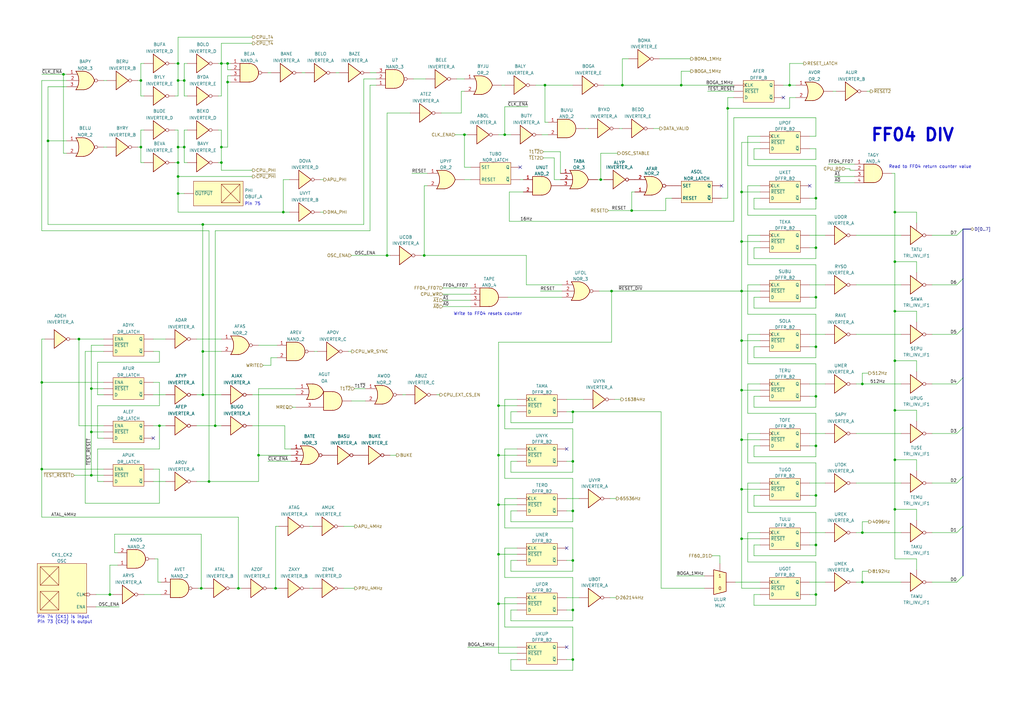
<source format=kicad_sch>
(kicad_sch (version 20211123) (generator eeschema)
  (paper "A3")
  (title_block (title "DMG-CPU B") (date "2022-11-19") (rev "0.2") (company "CC-BY-SA-4.0 Régis Galland & Michael Singer -- Derived work from Furrtek") (comment 1 "https://github.com/msinger/dmg-schematics"))
  (junction (at 83.185 144.145))
  (junction (at 204.47 247.65))
  (junction (at 85.725 197.485))
  (junction (at 304.165 180.34))
  (junction (at 73.025 33.02))
  (junction (at 304.165 139.7))
  (junction (at 73.025 72.39))
  (junction (at 334.645 243.84))
  (junction (at 234.95 209.55))
  (junction (at 304.165 119.38))
  (junction (at 88.265 174.625))
  (junction (at 204.47 207.01))
  (junction (at 106.045 186.69))
  (junction (at 304.165 78.74))
  (junction (at 367.03 168.275))
  (junction (at 37.465 177.165))
  (junction (at 367.03 188.595))
  (junction (at 204.47 166.37))
  (junction (at 90.805 26.035))
  (junction (at 73.025 26.035))
  (junction (at 234.95 189.23))
  (junction (at 334.645 162.56))
  (junction (at 353.695 218.44))
  (junction (at 334.645 203.2))
  (junction (at 234.95 270.51))
  (junction (at 323.85 34.925))
  (junction (at 207.01 55.245))
  (junction (at 304.165 99.06))
  (junction (at 32.385 139.065))
  (junction (at 90.805 66.675))
  (junction (at 259.08 86.36))
  (junction (at 367.03 147.955))
  (junction (at 93.345 33.655))
  (junction (at 158.75 104.775))
  (junction (at 83.185 161.925))
  (junction (at 190.5 55.245))
  (junction (at 279.4 34.925))
  (junction (at 353.695 157.48))
  (junction (at 246.38 73.66))
  (junction (at 17.145 156.845))
  (junction (at 223.52 34.925))
  (junction (at 173.99 104.775))
  (junction (at 73.025 60.325))
  (junction (at 83.185 92.075))
  (junction (at 75.565 60.325))
  (junction (at 367.03 127.635))
  (junction (at 73.025 66.675))
  (junction (at 334.645 223.52))
  (junction (at 19.685 57.785))
  (junction (at 334.645 142.24))
  (junction (at 37.465 159.385))
  (junction (at 57.785 33.02))
  (junction (at 82.55 241.3))
  (junction (at 250.825 119.38))
  (junction (at 298.45 44.45))
  (junction (at 90.805 60.325))
  (junction (at 113.03 241.3))
  (junction (at 304.165 220.98))
  (junction (at 204.47 186.69))
  (junction (at 334.645 121.92))
  (junction (at 37.465 194.945))
  (junction (at 116.205 86.995))
  (junction (at 57.785 60.325))
  (junction (at 73.025 79.375))
  (junction (at 304.165 160.02))
  (junction (at 204.47 227.33))
  (junction (at 334.645 101.6))
  (junction (at 367.03 208.915))
  (junction (at 334.645 81.28))
  (junction (at 234.95 168.91))
  (junction (at 353.695 238.76))
  (junction (at 367.03 107.315))
  (junction (at 17.145 192.405))
  (junction (at 234.95 250.19))
  (junction (at 304.165 200.66))
  (junction (at 367.03 86.995))
  (junction (at 97.79 241.3))
  (junction (at 234.95 229.87))
  (junction (at 75.565 33.02))
  (junction (at 26.035 30.48))
  (junction (at 45.085 243.84))
  (junction (at 93.345 26.035))
  (junction (at 255.27 34.925))
  (junction (at 65.405 174.625))
  (junction (at 334.645 182.88))
  (no_connect (at 213.36 68.58))
  (no_connect (at 232.41 265.43))
  (no_connect (at 295.91 76.2))
  (no_connect (at 62.865 179.705))
  (no_connect (at 332.105 76.2))
  (no_connect (at 232.41 224.79))
  (no_connect (at 321.31 40.005))
  (no_connect (at 232.41 184.15))
  (bus_entry (at 392.43 96.52) (size 2.54 -2.54))
  (bus_entry (at 392.43 157.48) (size 2.54 -2.54))
  (bus_entry (at 392.43 137.16) (size 2.54 -2.54))
  (bus_entry (at 392.43 198.12) (size 2.54 -2.54))
  (bus_entry (at 392.43 116.84) (size 2.54 -2.54))
  (bus_entry (at 392.43 218.44) (size 2.54 -2.54))
  (bus_entry (at 392.43 177.8) (size 2.54 -2.54))
  (bus_entry (at 392.43 238.76) (size 2.54 -2.54))
  (wire (pts (xy 234.95 254.635) (xy 234.95 250.19)))
  (wire (pts (xy 306.705 218.44) (xy 306.705 230.505)))
  (wire (pts (xy 131.445 86.995) (xy 132.715 86.995)))
  (wire (pts (xy 351.155 198.12) (xy 369.57 198.12)))
  (wire (pts (xy 128.905 144.145) (xy 130.175 144.145)))
  (wire (pts (xy 34.925 206.375) (xy 34.925 144.145)))
  (wire (pts (xy 234.95 229.87) (xy 232.41 229.87)))
  (wire (pts (xy 59.055 243.84) (xy 66.04 243.84)))
  (wire (pts (xy 90.805 53.34) (xy 90.805 60.325)))
  (wire (pts (xy 351.155 238.76) (xy 353.695 238.76)))
  (wire (pts (xy 209.55 209.55) (xy 209.55 213.995)))
  (wire (pts (xy 246.38 73.66) (xy 247.65 73.66)))
  (wire (pts (xy 111.76 241.3) (xy 113.03 241.3)))
  (wire (pts (xy 40.005 184.15) (xy 40.005 197.485)))
  (wire (pts (xy 37.465 177.165) (xy 37.465 194.945)))
  (wire (pts (xy 367.03 229.235) (xy 375.92 229.235)))
  (wire (pts (xy 234.95 189.23) (xy 232.41 189.23)))
  (wire (pts (xy 273.05 86.36) (xy 273.05 81.28)))
  (wire (pts (xy 213.36 73.66) (xy 214.63 73.66)))
  (wire (pts (xy 111.125 149.86) (xy 107.95 149.86)))
  (wire (pts (xy 222.885 64.77) (xy 227.33 64.77)))
  (wire (pts (xy 73.025 72.39) (xy 73.025 79.375)))
  (wire (pts (xy 30.48 194.945) (xy 37.465 194.945)))
  (wire (pts (xy 382.27 137.16) (xy 392.43 137.16)))
  (wire (pts (xy 229.87 73.66) (xy 227.33 73.66)))
  (wire (pts (xy 26.035 30.48) (xy 26.035 62.865)))
  (wire (pts (xy 151.765 34.925) (xy 154.305 34.925)))
  (wire (pts (xy 334.645 81.28) (xy 332.105 81.28)))
  (wire (pts (xy 106.045 159.385) (xy 121.285 159.385)))
  (wire (pts (xy 334.645 65.405) (xy 334.645 60.96)))
  (wire (pts (xy 88.265 94.615) (xy 151.765 94.615)))
  (wire (pts (xy 271.145 168.91) (xy 271.145 241.3)))
  (wire (pts (xy 73.025 79.375) (xy 75.565 79.375)))
  (wire (pts (xy 189.23 37.465) (xy 189.23 46.355)))
  (wire (pts (xy 222.885 62.23) (xy 229.87 62.23)))
  (wire (pts (xy 207.01 224.79) (xy 212.09 224.79)))
  (wire (pts (xy 306.705 116.84) (xy 306.705 128.905)))
  (wire (pts (xy 351.155 116.84) (xy 369.57 116.84)))
  (wire (pts (xy 353.695 234.315) (xy 353.695 238.76)))
  (wire (pts (xy 255.27 24.13) (xy 255.27 34.925)))
  (wire (pts (xy 174.625 32.385) (xy 169.545 32.385)))
  (wire (pts (xy 160.02 186.69) (xy 162.56 186.69)))
  (wire (pts (xy 80.645 174.625) (xy 88.265 174.625)))
  (wire (pts (xy 304.165 78.74) (xy 304.165 99.06)))
  (wire (pts (xy 113.03 241.3) (xy 113.03 215.9)))
  (wire (pts (xy 190.5 32.385) (xy 187.325 32.385)))
  (wire (pts (xy 17.145 192.405) (xy 17.145 212.09)))
  (wire (pts (xy 234.95 168.91) (xy 232.41 168.91)))
  (wire (pts (xy 205.74 34.925) (xy 207.01 34.925)))
  (wire (pts (xy 75.565 53.34) (xy 76.835 53.34)))
  (wire (pts (xy 46.99 226.695) (xy 46.99 219.075)))
  (wire (pts (xy 17.145 156.845) (xy 42.545 156.845)))
  (wire (pts (xy 204.47 227.33) (xy 212.09 227.33)))
  (wire (pts (xy 212.09 250.19) (xy 209.55 250.19)))
  (wire (pts (xy 37.465 159.385) (xy 42.545 159.385)))
  (wire (pts (xy 234.95 213.995) (xy 234.95 209.55)))
  (wire (pts (xy 306.705 76.2) (xy 311.785 76.2)))
  (wire (pts (xy 304.165 180.34) (xy 311.785 180.34)))
  (wire (pts (xy 351.155 96.52) (xy 369.57 96.52)))
  (wire (pts (xy 309.245 81.28) (xy 309.245 85.725)))
  (wire (pts (xy 17.145 156.845) (xy 17.145 192.405)))
  (wire (pts (xy 234.95 274.955) (xy 234.95 270.51)))
  (wire (pts (xy 304.165 220.98) (xy 311.785 220.98)))
  (wire (pts (xy 367.03 127.635) (xy 367.03 147.955)))
  (wire (pts (xy 250.825 119.38) (xy 304.165 119.38)))
  (wire (pts (xy 351.155 137.16) (xy 369.57 137.16)))
  (wire (pts (xy 48.895 248.92) (xy 39.37 248.92)))
  (wire (pts (xy 94.615 28.575) (xy 93.345 28.575)))
  (wire (pts (xy 204.47 186.69) (xy 212.09 186.69)))
  (wire (pts (xy 19.685 57.785) (xy 19.685 92.075)))
  (wire (pts (xy 127 215.9) (xy 128.27 215.9)))
  (wire (pts (xy 140.97 241.3) (xy 145.415 241.3)))
  (wire (pts (xy 173.99 76.2) (xy 173.99 104.775)))
  (wire (pts (xy 83.185 144.145) (xy 83.185 92.075)))
  (wire (pts (xy 75.565 66.675) (xy 76.835 66.675)))
  (wire (pts (xy 234.95 257.175) (xy 234.95 270.51)))
  (wire (pts (xy 365.76 71.12) (xy 367.03 71.12)))
  (wire (pts (xy 119.38 186.69) (xy 106.045 186.69)))
  (wire (pts (xy 116.205 86.995) (xy 116.205 73.66)))
  (wire (pts (xy 332.105 198.12) (xy 338.455 198.12)))
  (wire (pts (xy 259.08 86.36) (xy 259.08 78.74)))
  (wire (pts (xy 209.55 254.635) (xy 234.95 254.635)))
  (wire (pts (xy 19.685 35.56) (xy 27.305 35.56)))
  (wire (pts (xy 309.245 162.56) (xy 309.245 167.005)))
  (wire (pts (xy 306.705 230.505) (xy 334.645 230.505)))
  (wire (pts (xy 334.645 88.265) (xy 334.645 101.6)))
  (wire (pts (xy 65.405 166.37) (xy 40.005 166.37)))
  (wire (pts (xy 306.705 157.48) (xy 306.705 169.545)))
  (wire (pts (xy 40.005 179.705) (xy 42.545 179.705)))
  (wire (pts (xy 306.705 169.545) (xy 334.645 169.545)))
  (wire (pts (xy 19.685 57.785) (xy 19.685 35.56)))
  (wire (pts (xy 375.92 168.275) (xy 367.03 168.275)))
  (wire (pts (xy 375.92 132.08) (xy 375.92 127.635)))
  (wire (pts (xy 93.345 31.115) (xy 93.345 33.655)))
  (wire (pts (xy 234.95 168.91) (xy 271.145 168.91)))
  (wire (pts (xy 334.645 248.285) (xy 334.645 243.84)))
  (bus (pts (xy 394.97 114.3) (xy 394.97 93.98)))
  (wire (pts (xy 116.205 86.995) (xy 118.745 86.995)))
  (wire (pts (xy 39.37 243.84) (xy 45.085 243.84)))
  (wire (pts (xy 309.245 187.325) (xy 334.645 187.325)))
  (wire (pts (xy 375.92 208.915) (xy 367.03 208.915)))
  (wire (pts (xy 375.92 147.955) (xy 367.03 147.955)))
  (wire (pts (xy 207.01 245.11) (xy 212.09 245.11)))
  (wire (pts (xy 111.125 146.685) (xy 113.665 146.685)))
  (wire (pts (xy 309.245 65.405) (xy 334.645 65.405)))
  (wire (pts (xy 382.27 198.12) (xy 392.43 198.12)))
  (wire (pts (xy 209.55 168.91) (xy 212.09 168.91)))
  (wire (pts (xy 351.155 218.44) (xy 353.695 218.44)))
  (wire (pts (xy 207.01 43.815) (xy 207.01 55.245)))
  (wire (pts (xy 311.785 142.24) (xy 309.245 142.24)))
  (wire (pts (xy 142.875 144.145) (xy 144.145 144.145)))
  (wire (pts (xy 109.855 189.23) (xy 119.38 189.23)))
  (wire (pts (xy 298.45 40.005) (xy 298.45 44.45)))
  (wire (pts (xy 65.405 174.625) (xy 67.945 174.625)))
  (wire (pts (xy 234.95 250.19) (xy 232.41 250.19)))
  (wire (pts (xy 311.785 243.84) (xy 309.245 243.84)))
  (wire (pts (xy 334.645 243.84) (xy 332.105 243.84)))
  (wire (pts (xy 306.705 210.185) (xy 334.645 210.185)))
  (wire (pts (xy 64.77 238.76) (xy 64.77 229.235)))
  (bus (pts (xy 394.97 215.9) (xy 394.97 195.58)))
  (wire (pts (xy 204.47 207.01) (xy 204.47 227.33)))
  (wire (pts (xy 168.91 71.12) (xy 175.26 71.12)))
  (wire (pts (xy 304.165 139.7) (xy 311.785 139.7)))
  (wire (pts (xy 93.345 26.035) (xy 94.615 26.035)))
  (wire (pts (xy 309.245 243.84) (xy 309.245 248.285)))
  (wire (pts (xy 332.105 218.44) (xy 338.455 218.44)))
  (wire (pts (xy 40.005 197.485) (xy 42.545 197.485)))
  (wire (pts (xy 334.645 142.24) (xy 332.105 142.24)))
  (wire (pts (xy 375.92 107.315) (xy 367.03 107.315)))
  (wire (pts (xy 309.245 60.96) (xy 309.245 65.405)))
  (wire (pts (xy 88.265 94.615) (xy 88.265 174.625)))
  (wire (pts (xy 40.005 148.59) (xy 40.005 161.925)))
  (wire (pts (xy 375.92 213.36) (xy 375.92 208.915)))
  (wire (pts (xy 341.63 37.465) (xy 342.9 37.465)))
  (wire (pts (xy 172.72 104.775) (xy 173.99 104.775)))
  (wire (pts (xy 309.245 227.965) (xy 334.645 227.965)))
  (wire (pts (xy 90.805 66.675) (xy 90.805 69.85)))
  (wire (pts (xy 353.695 213.995) (xy 353.695 218.44)))
  (wire (pts (xy 151.765 29.845) (xy 154.305 29.845)))
  (wire (pts (xy 65.405 174.625) (xy 65.405 184.15)))
  (wire (pts (xy 181.61 120.65) (xy 193.04 120.65)))
  (wire (pts (xy 306.705 189.865) (xy 334.645 189.865)))
  (wire (pts (xy 204.47 247.65) (xy 212.09 247.65)))
  (wire (pts (xy 17.145 139.065) (xy 18.415 139.065)))
  (wire (pts (xy 250.19 245.11) (xy 252.73 245.11)))
  (wire (pts (xy 189.23 37.465) (xy 190.5 37.465)))
  (wire (pts (xy 27.305 57.785) (xy 19.685 57.785)))
  (wire (pts (xy 346.71 69.215) (xy 348.615 69.215)))
  (wire (pts (xy 301.625 238.76) (xy 311.785 238.76)))
  (wire (pts (xy 382.27 96.52) (xy 392.43 96.52)))
  (wire (pts (xy 154.305 32.385) (xy 149.225 32.385)))
  (wire (pts (xy 304.165 139.7) (xy 304.165 160.02)))
  (wire (pts (xy 306.705 177.8) (xy 306.705 189.865)))
  (wire (pts (xy 103.505 174.625) (xy 116.84 174.625)))
  (wire (pts (xy 158.75 46.355) (xy 158.75 104.775)))
  (wire (pts (xy 306.705 218.44) (xy 311.785 218.44)))
  (wire (pts (xy 19.685 92.075) (xy 83.185 92.075)))
  (wire (pts (xy 279.4 29.21) (xy 279.4 34.925)))
  (wire (pts (xy 367.03 107.315) (xy 367.03 127.635)))
  (wire (pts (xy 57.785 33.02) (xy 57.785 39.37)))
  (bus (pts (xy 394.97 154.94) (xy 394.97 134.62)))
  (wire (pts (xy 306.705 198.12) (xy 306.705 210.185)))
  (wire (pts (xy 353.695 218.44) (xy 369.57 218.44)))
  (bus (pts (xy 394.97 134.62) (xy 394.97 114.3)))
  (wire (pts (xy 82.55 241.3) (xy 83.82 241.3)))
  (wire (pts (xy 37.465 141.605) (xy 42.545 141.605)))
  (wire (pts (xy 190.5 55.245) (xy 191.77 55.245)))
  (wire (pts (xy 204.47 140.335) (xy 204.47 166.37)))
  (wire (pts (xy 179.07 161.925) (xy 180.34 161.925)))
  (wire (pts (xy 323.85 40.005) (xy 323.85 44.45)))
  (wire (pts (xy 224.79 50.165) (xy 223.52 50.165)))
  (wire (pts (xy 26.035 30.48) (xy 27.305 30.48)))
  (wire (pts (xy 309.245 223.52) (xy 309.245 227.965)))
  (wire (pts (xy 227.33 73.66) (xy 227.33 64.77)))
  (wire (pts (xy 88.265 174.625) (xy 90.805 174.625)))
  (wire (pts (xy 165.1 161.925) (xy 166.37 161.925)))
  (wire (pts (xy 80.645 139.065) (xy 90.805 139.065)))
  (wire (pts (xy 75.565 39.37) (xy 76.835 39.37)))
  (wire (pts (xy 304.165 58.42) (xy 304.165 78.74)))
  (wire (pts (xy 375.92 111.76) (xy 375.92 107.315)))
  (wire (pts (xy 334.645 167.005) (xy 334.645 162.56)))
  (wire (pts (xy 353.695 157.48) (xy 369.57 157.48)))
  (bus (pts (xy 394.97 175.26) (xy 394.97 154.94)))
  (wire (pts (xy 73.025 66.675) (xy 73.025 72.39)))
  (wire (pts (xy 106.045 159.385) (xy 106.045 186.69)))
  (wire (pts (xy 89.535 39.37) (xy 90.805 39.37)))
  (wire (pts (xy 83.185 144.145) (xy 83.185 161.925)))
  (wire (pts (xy 334.645 187.325) (xy 334.645 182.88)))
  (wire (pts (xy 234.95 236.855) (xy 234.95 250.19)))
  (wire (pts (xy 40.005 161.925) (xy 42.545 161.925)))
  (wire (pts (xy 219.71 34.925) (xy 223.52 34.925)))
  (wire (pts (xy 332.105 55.88) (xy 334.645 55.88)))
  (wire (pts (xy 208.28 121.92) (xy 230.505 121.92)))
  (wire (pts (xy 250.825 119.38) (xy 250.825 140.335)))
  (wire (pts (xy 113.03 215.9) (xy 114.3 215.9)))
  (wire (pts (xy 304.165 119.38) (xy 304.165 139.7)))
  (wire (pts (xy 375.92 91.44) (xy 375.92 86.995)))
  (wire (pts (xy 375.92 86.995) (xy 367.03 86.995)))
  (wire (pts (xy 94.615 31.115) (xy 93.345 31.115)))
  (wire (pts (xy 42.545 33.02) (xy 43.815 33.02)))
  (wire (pts (xy 367.03 188.595) (xy 367.03 208.915)))
  (wire (pts (xy 65.405 144.145) (xy 65.405 148.59)))
  (bus (pts (xy 394.97 93.98) (xy 398.145 93.98)))
  (wire (pts (xy 180.975 46.355) (xy 189.23 46.355)))
  (wire (pts (xy 90.805 60.325) (xy 90.805 66.675)))
  (wire (pts (xy 144.145 164.465) (xy 149.86 164.465)))
  (wire (pts (xy 73.025 72.39) (xy 103.505 72.39)))
  (wire (pts (xy 83.185 161.925) (xy 90.805 161.925)))
  (wire (pts (xy 353.695 213.995) (xy 356.235 213.995)))
  (wire (pts (xy 175.26 76.2) (xy 173.99 76.2)))
  (wire (pts (xy 334.645 182.88) (xy 332.105 182.88)))
  (wire (pts (xy 82.55 241.3) (xy 81.28 241.3)))
  (wire (pts (xy 332.105 137.16) (xy 338.455 137.16)))
  (wire (pts (xy 65.405 174.625) (xy 62.865 174.625)))
  (wire (pts (xy 207.01 204.47) (xy 207.01 216.535)))
  (wire (pts (xy 113.03 241.3) (xy 114.3 241.3)))
  (wire (pts (xy 181.61 118.11) (xy 193.04 118.11)))
  (wire (pts (xy 292.1 227.965) (xy 295.275 227.965)))
  (wire (pts (xy 309.245 101.6) (xy 309.245 106.045)))
  (wire (pts (xy 65.405 184.15) (xy 40.005 184.15)))
  (wire (pts (xy 298.45 44.45) (xy 323.85 44.45)))
  (wire (pts (xy 304.165 200.66) (xy 304.165 220.98)))
  (wire (pts (xy 304.165 200.66) (xy 311.785 200.66)))
  (wire (pts (xy 207.01 224.79) (xy 207.01 236.855)))
  (wire (pts (xy 288.925 241.3) (xy 271.145 241.3)))
  (wire (pts (xy 73.025 26.035) (xy 73.025 15.24)))
  (wire (pts (xy 46.99 219.075) (xy 82.55 219.075)))
  (bus (pts (xy 394.97 236.22) (xy 394.97 215.9)))
  (wire (pts (xy 209.55 189.23) (xy 212.09 189.23)))
  (wire (pts (xy 323.85 26.035) (xy 329.565 26.035)))
  (wire (pts (xy 309.245 182.88) (xy 309.245 187.325)))
  (wire (pts (xy 90.805 17.78) (xy 103.505 17.78)))
  (wire (pts (xy 234.95 196.215) (xy 234.95 209.55)))
  (wire (pts (xy 207.01 236.855) (xy 234.95 236.855)))
  (wire (pts (xy 32.385 139.065) (xy 32.385 174.625)))
  (wire (pts (xy 221.615 119.38) (xy 230.505 119.38)))
  (wire (pts (xy 270.51 24.13) (xy 283.21 24.13)))
  (wire (pts (xy 207.01 55.245) (xy 209.55 55.245)))
  (wire (pts (xy 97.79 241.3) (xy 99.06 241.3)))
  (wire (pts (xy 339.725 67.31) (xy 350.52 67.31)))
  (wire (pts (xy 334.645 126.365) (xy 334.645 121.92)))
  (wire (pts (xy 355.6 37.465) (xy 356.87 37.465)))
  (wire (pts (xy 334.645 227.965) (xy 334.645 223.52)))
  (wire (pts (xy 209.55 189.23) (xy 209.55 193.675)))
  (wire (pts (xy 273.05 81.28) (xy 275.59 81.28)))
  (wire (pts (xy 71.755 39.37) (xy 73.025 39.37)))
  (wire (pts (xy 34.925 206.375) (xy 65.405 206.375)))
  (wire (pts (xy 309.245 203.2) (xy 311.785 203.2)))
  (wire (pts (xy 17.145 139.065) (xy 17.145 156.845)))
  (wire (pts (xy 37.465 194.945) (xy 42.545 194.945)))
  (wire (pts (xy 309.245 106.045) (xy 334.645 106.045)))
  (bus (pts (xy 394.97 195.58) (xy 394.97 175.26)))
  (wire (pts (xy 259.08 78.74) (xy 260.35 78.74)))
  (wire (pts (xy 306.705 128.905) (xy 334.645 128.905)))
  (wire (pts (xy 73.025 79.375) (xy 73.025 86.995)))
  (wire (pts (xy 257.81 24.13) (xy 255.27 24.13)))
  (wire (pts (xy 123.825 29.845) (xy 125.095 29.845)))
  (wire (pts (xy 234.95 216.535) (xy 234.95 229.87)))
  (wire (pts (xy 109.855 29.845) (xy 111.125 29.845)))
  (wire (pts (xy 334.645 146.685) (xy 334.645 142.24)))
  (wire (pts (xy 106.045 141.605) (xy 113.665 141.605)))
  (wire (pts (xy 90.805 69.85) (xy 103.505 69.85)))
  (wire (pts (xy 375.92 188.595) (xy 367.03 188.595)))
  (wire (pts (xy 382.27 177.8) (xy 392.43 177.8)))
  (wire (pts (xy 375.92 152.4) (xy 375.92 147.955)))
  (wire (pts (xy 306.705 108.585) (xy 334.645 108.585)))
  (wire (pts (xy 234.95 193.675) (xy 234.95 189.23)))
  (wire (pts (xy 367.03 71.12) (xy 367.03 86.995)))
  (wire (pts (xy 45.085 243.84) (xy 46.355 243.84)))
  (wire (pts (xy 62.865 139.065) (xy 67.945 139.065)))
  (wire (pts (xy 334.645 85.725) (xy 334.645 81.28)))
  (wire (pts (xy 45.085 231.775) (xy 45.085 243.84)))
  (wire (pts (xy 300.99 90.805) (xy 208.915 90.805)))
  (wire (pts (xy 190.5 73.66) (xy 193.04 73.66)))
  (wire (pts (xy 103.505 161.925) (xy 121.285 161.925)))
  (wire (pts (xy 204.47 55.245) (xy 207.01 55.245)))
  (wire (pts (xy 334.645 128.905) (xy 334.645 142.24)))
  (wire (pts (xy 73.025 26.035) (xy 73.025 33.02)))
  (wire (pts (xy 351.155 157.48) (xy 353.695 157.48)))
  (wire (pts (xy 71.755 66.675) (xy 73.025 66.675)))
  (wire (pts (xy 57.785 39.37) (xy 59.055 39.37)))
  (wire (pts (xy 57.785 53.34) (xy 59.055 53.34)))
  (wire (pts (xy 151.765 94.615) (xy 151.765 34.925)))
  (wire (pts (xy 207.01 175.895) (xy 234.95 175.895)))
  (wire (pts (xy 306.705 55.88) (xy 311.785 55.88)))
  (wire (pts (xy 259.08 86.36) (xy 273.05 86.36)))
  (wire (pts (xy 93.345 60.325) (xy 93.345 33.655)))
  (wire (pts (xy 209.55 274.955) (xy 234.95 274.955)))
  (wire (pts (xy 321.31 34.925) (xy 323.85 34.925)))
  (wire (pts (xy 96.52 241.3) (xy 97.79 241.3)))
  (wire (pts (xy 332.105 238.76) (xy 338.455 238.76)))
  (wire (pts (xy 332.105 177.8) (xy 338.455 177.8)))
  (wire (pts (xy 367.03 147.955) (xy 367.03 168.275)))
  (wire (pts (xy 311.785 101.6) (xy 309.245 101.6)))
  (wire (pts (xy 323.85 40.005) (xy 326.39 40.005)))
  (wire (pts (xy 232.41 245.11) (xy 237.49 245.11)))
  (wire (pts (xy 57.785 26.035) (xy 59.055 26.035)))
  (wire (pts (xy 311.785 223.52) (xy 309.245 223.52)))
  (wire (pts (xy 65.405 192.405) (xy 65.405 206.375)))
  (wire (pts (xy 75.565 53.34) (xy 75.565 60.325)))
  (wire (pts (xy 382.27 116.84) (xy 392.43 116.84)))
  (wire (pts (xy 309.245 146.685) (xy 334.645 146.685)))
  (wire (pts (xy 209.55 234.315) (xy 234.95 234.315)))
  (wire (pts (xy 283.21 29.21) (xy 279.4 29.21)))
  (wire (pts (xy 252.095 163.83) (xy 254.635 163.83)))
  (wire (pts (xy 48.26 231.775) (xy 45.085 231.775)))
  (wire (pts (xy 90.805 26.035) (xy 90.805 17.78)))
  (wire (pts (xy 306.705 76.2) (xy 306.705 88.265)))
  (wire (pts (xy 57.785 60.325) (xy 57.785 66.675)))
  (wire (pts (xy 334.645 101.6) (xy 332.105 101.6)))
  (wire (pts (xy 375.92 193.04) (xy 375.92 188.595)))
  (wire (pts (xy 131.445 73.66) (xy 132.715 73.66)))
  (wire (pts (xy 306.705 149.225) (xy 334.645 149.225)))
  (wire (pts (xy 97.79 212.09) (xy 97.79 241.3)))
  (wire (pts (xy 90.805 26.035) (xy 93.345 26.035)))
  (wire (pts (xy 209.55 193.675) (xy 234.95 193.675)))
  (wire (pts (xy 247.65 34.925) (xy 255.27 34.925)))
  (wire (pts (xy 65.405 148.59) (xy 40.005 148.59)))
  (wire (pts (xy 82.55 219.075) (xy 82.55 241.3)))
  (wire (pts (xy 80.645 161.925) (xy 83.185 161.925)))
  (wire (pts (xy 309.245 142.24) (xy 309.245 146.685)))
  (wire (pts (xy 334.645 67.945) (xy 334.645 81.28)))
  (wire (pts (xy 204.47 227.33) (xy 204.47 247.65)))
  (wire (pts (xy 106.045 197.485) (xy 85.725 197.485)))
  (wire (pts (xy 73.025 60.325) (xy 75.565 60.325)))
  (wire (pts (xy 232.41 163.83) (xy 239.395 163.83)))
  (wire (pts (xy 304.165 78.74) (xy 311.785 78.74)))
  (wire (pts (xy 73.025 15.24) (xy 103.505 15.24)))
  (wire (pts (xy 323.85 34.925) (xy 323.85 26.035)))
  (wire (pts (xy 106.045 186.69) (xy 106.045 197.485)))
  (wire (pts (xy 26.035 62.865) (xy 27.305 62.865)))
  (wire (pts (xy 207.01 204.47) (xy 212.09 204.47)))
  (wire (pts (xy 309.245 81.28) (xy 311.785 81.28)))
  (wire (pts (xy 232.41 204.47) (xy 237.49 204.47)))
  (wire (pts (xy 111.125 149.86) (xy 111.125 146.685)))
  (wire (pts (xy 56.515 33.02) (xy 57.785 33.02)))
  (wire (pts (xy 382.27 157.48) (xy 392.43 157.48)))
  (wire (pts (xy 216.535 43.815) (xy 207.01 43.815)))
  (wire (pts (xy 304.165 160.02) (xy 304.165 180.34)))
  (wire (pts (xy 37.465 159.385) (xy 37.465 177.165)))
  (wire (pts (xy 295.91 81.28) (xy 298.45 81.28)))
  (wire (pts (xy 309.245 121.92) (xy 309.245 126.365)))
  (wire (pts (xy 306.705 55.88) (xy 306.705 67.945)))
  (wire (pts (xy 295.275 227.965) (xy 295.275 231.14)))
  (wire (pts (xy 191.77 265.43) (xy 212.09 265.43)))
  (wire (pts (xy 309.245 60.96) (xy 311.785 60.96)))
  (wire (pts (xy 208.915 78.74) (xy 214.63 78.74)))
  (wire (pts (xy 304.165 180.34) (xy 304.165 200.66)))
  (wire (pts (xy 334.645 121.92) (xy 332.105 121.92)))
  (wire (pts (xy 73.025 86.995) (xy 116.205 86.995)))
  (wire (pts (xy 311.785 162.56) (xy 309.245 162.56)))
  (wire (pts (xy 212.09 229.87) (xy 209.55 229.87)))
  (wire (pts (xy 65.405 156.845) (xy 65.405 166.37)))
  (wire (pts (xy 334.645 108.585) (xy 334.645 121.92)))
  (wire (pts (xy 57.785 26.035) (xy 57.785 33.02)))
  (wire (pts (xy 204.47 267.97) (xy 212.09 267.97)))
  (wire (pts (xy 71.755 26.035) (xy 73.025 26.035)))
  (wire (pts (xy 207.01 163.83) (xy 212.09 163.83)))
  (wire (pts (xy 90.805 26.035) (xy 90.805 39.37)))
  (wire (pts (xy 229.87 71.12) (xy 229.87 62.23)))
  (wire (pts (xy 204.47 166.37) (xy 204.47 186.69)))
  (wire (pts (xy 31.115 139.065) (xy 32.385 139.065)))
  (wire (pts (xy 17.145 192.405) (xy 42.545 192.405)))
  (wire (pts (xy 57.785 53.34) (xy 57.785 60.325)))
  (wire (pts (xy 207.01 257.175) (xy 234.95 257.175)))
  (wire (pts (xy 17.145 212.09) (xy 97.79 212.09)))
  (wire (pts (xy 277.495 236.22) (xy 288.925 236.22)))
  (wire (pts (xy 353.695 238.76) (xy 369.57 238.76)))
  (wire (pts (xy 57.785 66.675) (xy 59.055 66.675)))
  (wire (pts (xy 90.805 60.325) (xy 93.345 60.325)))
  (wire (pts (xy 207.01 184.15) (xy 207.01 196.215)))
  (wire (pts (xy 334.645 55.88) (xy 334.645 48.26)))
  (wire (pts (xy 85.725 197.485) (xy 85.725 94.615)))
  (wire (pts (xy 145.415 159.385) (xy 149.86 159.385)))
  (wire (pts (xy 222.25 55.245) (xy 224.79 55.245)))
  (wire (pts (xy 298.45 40.005) (xy 300.99 40.005)))
  (wire (pts (xy 304.165 119.38) (xy 311.785 119.38)))
  (wire (pts (xy 334.645 169.545) (xy 334.645 182.88)))
  (wire (pts (xy 212.09 270.51) (xy 209.55 270.51)))
  (wire (pts (xy 304.165 99.06) (xy 304.165 119.38)))
  (wire (pts (xy 204.47 207.01) (xy 212.09 207.01)))
  (wire (pts (xy 48.26 226.695) (xy 46.99 226.695)))
  (wire (pts (xy 240.03 52.705) (xy 241.3 52.705)))
  (wire (pts (xy 116.205 73.66) (xy 118.745 73.66)))
  (wire (pts (xy 56.515 60.325) (xy 57.785 60.325)))
  (wire (pts (xy 348.615 69.85) (xy 350.52 69.85)))
  (wire (pts (xy 255.27 34.925) (xy 279.4 34.925)))
  (wire (pts (xy 311.785 157.48) (xy 306.705 157.48)))
  (wire (pts (xy 90.805 26.035) (xy 89.535 26.035)))
  (wire (pts (xy 311.785 121.92) (xy 309.245 121.92)))
  (wire (pts (xy 62.865 156.845) (xy 65.405 156.845)))
  (wire (pts (xy 223.52 34.925) (xy 234.95 34.925)))
  (wire (pts (xy 306.705 116.84) (xy 311.785 116.84)))
  (wire (pts (xy 75.565 33.02) (xy 75.565 39.37)))
  (wire (pts (xy 17.145 30.48) (xy 26.035 30.48)))
  (wire (pts (xy 334.645 189.865) (xy 334.645 203.2)))
  (wire (pts (xy 158.75 104.775) (xy 160.02 104.775)))
  (wire (pts (xy 306.705 67.945) (xy 334.645 67.945)))
  (wire (pts (xy 250.19 204.47) (xy 252.73 204.47)))
  (wire (pts (xy 300.99 48.26) (xy 300.99 90.805)))
  (wire (pts (xy 212.09 209.55) (xy 209.55 209.55)))
  (wire (pts (xy 62.865 197.485) (xy 67.945 197.485)))
  (wire (pts (xy 290.195 37.465) (xy 300.99 37.465)))
  (wire (pts (xy 37.465 177.165) (xy 42.545 177.165)))
  (wire (pts (xy 208.915 90.805) (xy 208.915 78.74)))
  (wire (pts (xy 304.165 160.02) (xy 311.785 160.02)))
  (wire (pts (xy 144.145 104.775) (xy 158.75 104.775)))
  (wire (pts (xy 116.84 184.15) (xy 119.38 184.15)))
  (wire (pts (xy 234.95 175.895) (xy 234.95 189.23)))
  (wire (pts (xy 76.835 26.035) (xy 75.565 26.035)))
  (wire (pts (xy 334.645 203.2) (xy 332.105 203.2)))
  (wire (pts (xy 348.615 69.215) (xy 348.615 69.85)))
  (wire (pts (xy 209.55 173.355) (xy 234.95 173.355)))
  (wire (pts (xy 342.265 74.93) (xy 350.52 74.93)))
  (wire (pts (xy 120.015 167.005) (xy 121.285 167.005)))
  (wire (pts (xy 304.165 241.3) (xy 311.785 241.3)))
  (wire (pts (xy 223.52 50.165) (xy 223.52 34.925)))
  (wire (pts (xy 250.825 140.335) (xy 204.47 140.335)))
  (wire (pts (xy 234.95 234.315) (xy 234.95 229.87)))
  (wire (pts (xy 181.61 123.19) (xy 193.04 123.19)))
  (wire (pts (xy 309.245 203.2) (xy 309.245 207.645)))
  (wire (pts (xy 73.025 53.34) (xy 73.025 60.325)))
  (wire (pts (xy 173.99 104.775) (xy 215.9 104.775)))
  (wire (pts (xy 353.695 153.035) (xy 356.235 153.035)))
  (wire (pts (xy 309.245 182.88) (xy 311.785 182.88)))
  (wire (pts (xy 367.03 86.995) (xy 367.03 107.315)))
  (wire (pts (xy 375.92 127.635) (xy 367.03 127.635)))
  (wire (pts (xy 246.38 73.66) (xy 246.38 62.865)))
  (wire (pts (xy 190.5 68.58) (xy 193.04 68.58)))
  (wire (pts (xy 309.245 248.285) (xy 334.645 248.285)))
  (wire (pts (xy 234.95 209.55) (xy 232.41 209.55)))
  (wire (pts (xy 306.705 96.52) (xy 311.785 96.52)))
  (wire (pts (xy 80.645 197.485) (xy 85.725 197.485)))
  (wire (pts (xy 309.245 126.365) (xy 334.645 126.365)))
  (wire (pts (xy 17.145 94.615) (xy 85.725 94.615)))
  (wire (pts (xy 209.55 213.995) (xy 234.95 213.995)))
  (wire (pts (xy 93.345 28.575) (xy 93.345 26.035)))
  (wire (pts (xy 127 241.3) (xy 128.27 241.3)))
  (wire (pts (xy 382.27 238.76) (xy 392.43 238.76)))
  (wire (pts (xy 181.61 125.73) (xy 193.04 125.73)))
  (wire (pts (xy 140.97 215.9) (xy 145.415 215.9)))
  (wire (pts (xy 63.5 229.235) (xy 64.77 229.235)))
  (wire (pts (xy 334.645 207.645) (xy 334.645 203.2)))
  (wire (pts (xy 215.9 104.775) (xy 215.9 116.84)))
  (wire (pts (xy 75.565 60.325) (xy 75.565 66.675)))
  (wire (pts (xy 207.01 245.11) (xy 207.01 257.175)))
  (wire (pts (xy 17.145 33.02) (xy 17.145 94.615)))
  (wire (pts (xy 367.03 208.915) (xy 367.03 229.235)))
  (wire (pts (xy 209.55 229.87) (xy 209.55 234.315)))
  (wire (pts (xy 73.025 60.325) (xy 73.025 66.675)))
  (wire (pts (xy 304.165 220.98) (xy 304.165 241.3)))
  (wire (pts (xy 334.645 60.96) (xy 332.105 60.96)))
  (wire (pts (xy 62.865 192.405) (xy 65.405 192.405)))
  (wire (pts (xy 254 52.705) (xy 255.27 52.705)))
  (wire (pts (xy 207.01 216.535) (xy 234.95 216.535)))
  (wire (pts (xy 204.47 247.65) (xy 204.47 267.97)))
  (wire (pts (xy 209.55 168.91) (xy 209.55 173.355)))
  (wire (pts (xy 353.695 234.315) (xy 356.235 234.315)))
  (wire (pts (xy 90.805 144.145) (xy 83.185 144.145)))
  (wire (pts (xy 62.865 144.145) (xy 65.405 144.145)))
  (wire (pts (xy 309.245 85.725) (xy 334.645 85.725)))
  (wire (pts (xy 304.165 58.42) (xy 311.785 58.42)))
  (wire (pts (xy 209.55 270.51) (xy 209.55 274.955)))
  (wire (pts (xy 42.545 60.325) (xy 43.815 60.325)))
  (wire (pts (xy 204.47 166.37) (xy 212.09 166.37)))
  (wire (pts (xy 334.645 149.225) (xy 334.645 162.56)))
  (wire (pts (xy 334.645 106.045) (xy 334.645 101.6)))
  (wire (pts (xy 249.555 86.36) (xy 259.08 86.36)))
  (wire (pts (xy 332.105 157.48) (xy 338.455 157.48)))
  (wire (pts (xy 267.97 52.705) (xy 270.51 52.705)))
  (wire (pts (xy 83.185 92.075) (xy 149.225 92.075)))
  (wire (pts (xy 90.805 53.34) (xy 89.535 53.34)))
  (wire (pts (xy 306.705 137.16) (xy 306.705 149.225)))
  (wire (pts (xy 207.01 184.15) (xy 212.09 184.15)))
  (wire (pts (xy 34.925 144.145) (xy 42.545 144.145)))
  (wire (pts (xy 93.345 33.655) (xy 94.615 33.655)))
  (wire (pts (xy 309.245 207.645) (xy 334.645 207.645)))
  (wire (pts (xy 158.75 46.355) (xy 168.275 46.355)))
  (wire (pts (xy 27.305 33.02) (xy 17.145 33.02)))
  (wire (pts (xy 245.745 119.38) (xy 250.825 119.38)))
  (wire (pts (xy 304.165 99.06) (xy 311.785 99.06)))
  (wire (pts (xy 375.92 172.72) (xy 375.92 168.275)))
  (wire (pts (xy 137.795 29.845) (xy 139.065 29.845)))
  (wire (pts (xy 309.245 167.005) (xy 334.645 167.005)))
  (wire (pts (xy 306.705 88.265) (xy 334.645 88.265)))
  (wire (pts (xy 32.385 139.065) (xy 42.545 139.065)))
  (wire (pts (xy 279.4 34.925) (xy 300.99 34.925)))
  (wire (pts (xy 367.03 168.275) (xy 367.03 188.595)))
  (wire (pts (xy 246.38 62.865) (xy 253.365 62.865)))
  (wire (pts (xy 334.645 223.52) (xy 332.105 223.52)))
  (wire (pts (xy 204.47 186.69) (xy 204.47 207.01)))
  (wire (pts (xy 306.705 137.16) (xy 311.785 137.16)))
  (wire (pts (xy 323.85 34.925) (xy 326.39 34.925)))
  (wire (pts (xy 62.865 161.925) (xy 67.945 161.925)))
  (wire (pts (xy 334.645 230.505) (xy 334.645 243.84)))
  (wire (pts (xy 66.04 238.76) (xy 64.77 238.76)))
  (wire (pts (xy 332.105 116.84) (xy 338.455 116.84)))
  (wire (pts (xy 234.95 173.355) (xy 234.95 168.91)))
  (wire (pts (xy 353.695 157.48) (xy 353.695 153.035)))
  (wire (pts (xy 207.01 163.83) (xy 207.01 175.895)))
  (wire (pts (xy 342.265 72.39) (xy 350.52 72.39)))
  (wire (pts (xy 382.27 218.44) (xy 392.43 218.44)))
  (wire (pts (xy 245.11 73.66) (xy 246.38 73.66)))
  (wire (pts (xy 116.84 174.625) (xy 116.84 184.15)))
  (wire (pts (xy 75.565 26.035) (xy 75.565 33.02)))
  (wire (pts (xy 32.385 174.625) (xy 42.545 174.625)))
  (wire (pts (xy 186.69 55.245) (xy 190.5 55.245)))
  (wire (pts (xy 89.535 66.675) (xy 90.805 66.675)))
  (wire (pts (xy 306.705 198.12) (xy 311.785 198.12)))
  (wire (pts (xy 215.9 116.84) (xy 230.505 116.84)))
  (wire (pts (xy 351.155 177.8) (xy 369.57 177.8)))
  (wire (pts (xy 207.01 196.215) (xy 234.95 196.215)))
  (wire (pts (xy 334.645 210.185) (xy 334.645 223.52)))
  (wire (pts (xy 306.705 96.52) (xy 306.705 108.585)))
  (wire (pts (xy 209.55 250.19) (xy 209.55 254.635)))
  (wire (pts (xy 334.645 48.26) (xy 300.99 48.26)))
  (wire (pts (xy 234.95 270.51) (xy 232.41 270.51)))
  (wire (pts (xy 71.755 53.34) (xy 73.025 53.34)))
  (wire (pts (xy 73.025 33.02) (xy 75.565 33.02)))
  (wire (pts (xy 149.225 32.385) (xy 149.225 92.075)))
  (wire (pts (xy 37.465 141.605) (xy 37.465 159.385)))
  (wire (pts (xy 40.005 166.37) (xy 40.005 179.705)))
  (wire (pts (xy 73.025 33.02) (xy 73.025 39.37)))
  (wire (pts (xy 332.105 96.52) (xy 338.455 96.52)))
  (wire (pts (xy 190.5 55.245) (xy 190.5 68.58)))
  (wire (pts (xy 334.645 162.56) (xy 332.105 162.56)))
  (wire (pts (xy 306.705 177.8) (xy 311.785 177.8)))
  (wire (pts (xy 298.45 44.45) (xy 298.45 81.28)))
  (wire (pts (xy 375.92 233.68) (xy 375.92 229.235)))
  (text "Read to FF04 return counter value" (at 364.49 69.215 0) (effects (font (size 1.27 1.27)) (justify left bottom)))
  (text "https://wavedrom.com/editor.html\n\n{signal: [\n  {name: 'ATAL_4MHz',  wave: '10101010101010101010101010'},\n  {name: 'ADYK',       wave: '0....1...0...1...0...1...0'},\n  {name: 'AFUR',       wave: '0.1...0...1...0...1...0...'},\n  {name: 'ALEF',       wave: '0..1...0...1...0...1...0..'},\n  {name: 'APUK',       wave: '0...1...0...1...0...1...0.'},\n  {name: 'CPU_T4',     wave: '1.0.....1.0.....1.0.....1.'},\n  {name: '/CPU_T4',    wave: '0.1.....0.1.....0.1.....0.'},\n  {name: 'CPU_PHI',    wave: '0.1...0...1...0...1...0...'},\n  {name: 'BOGA',       wave: '0.10......10......10......'},\n  {name: 'DATA_VALID', wave: '1.01......01......01......'},\n  {name: 'AFAS',       wave: '0.....1..0....1..0....1..0'},\n  {name: 'MREQ',       wave: '1.01......01......01......'},\n  {name: 'ABUZ',       wave: '1.0.1.....0.1.....0.1.....'},\n  {name: 'BUKE',       wave: '0.10....1..0....1..0....1.'}\n  \n]}\n\nCPU_PHI = AFUR.Q\n~{CPU_T4} = APUK.Q or AFUR.Q\nBOGA = (~{ALEF.Q} and AFUR.Q and ~{CPU_T4} and CPU_PHI) or ~{OSC_ENA} \nAFAS = ~{ADYK.Q} nor AFUR.Q \nABUZ = MREQ and (APUK.Q or ~{AFUR.Q})\nBUKE = ALEF.Q nor APUK.Q\n\nTiming diagram can be added as an image in a separate sheet." (at -80.01 142.24 0) (effects (font (size 1.27 1.27)) (justify left bottom)))
  (text "FF04 DIV\n" (at 356.87 58.42 0) (effects (font (size 5 5) (thickness 1) bold) (justify left bottom)))
  (text "Pin 74 (CK1) is input\nPin 73 (CK2) is output" (at 15.24 255.905 0) (effects (font (size 1.27 1.27)) (justify left bottom)))
  (text "Pin 75" (at 100.33 84.455 0) (effects (font (size 1.27 1.27)) (justify left bottom)))
  (text "Write to FF04 resets counter" (at 186.055 129.54 0) (effects (font (size 1.27 1.27)) (justify left bottom)))
  (label "RESET" (at 168.91 71.12 0))
  (label "BOGA_1MHz" (at 277.495 236.22 0))
  (label "~{A0}" (at 181.61 125.73 0))
  (label "D2" (at 392.43 198.12 180))
  (label "~{A0}" (at 342.265 74.93 0))
  (label "D4" (at 392.43 157.48 180))
  (label "~{TEST_RESET}" (at 290.195 37.465 0))
  (label "D1" (at 392.43 218.44 180))
  (label "BOGA_1MHz" (at 289.56 34.925 0))
  (label "FF04_FF07" (at 181.61 118.11 0))
  (label "RESET" (at 250.825 86.36 0))
  (label "D0" (at 392.43 238.76 180))
  (label "~{CLK_ENA}" (at 216.535 43.815 180))
  (label "D7" (at 392.43 96.52 180))
  (label "T1~{T2}" (at 145.415 159.385 0))
  (label "~{RESET_DIV}" (at 263.525 119.38 180))
  (label "512Hz" (at 356.87 157.48 0))
  (label "~{CLK_ENA}" (at 109.855 189.23 0))
  (label "~{TEST_RESET}" (at 37.465 179.705 270))
  (label "FF04_FF07" (at 339.725 67.31 0))
  (label "~{A1}" (at 342.265 72.39 0))
  (label "D6" (at 392.43 116.84 180))
  (label "~{A1}" (at 181.61 123.19 0))
  (label "OSC_ENA" (at 48.895 248.92 180))
  (label "16Hz" (at 213.36 90.805 0))
  (label "D3" (at 392.43 177.8 180))
  (label "BOGA_1MHz" (at 191.77 265.43 0))
  (label "OSC_ENA" (at 145.415 104.775 0))
  (label "ATAL_4MHz" (at 20.955 212.09 0))
  (label "RESET" (at 221.615 119.38 0))
  (label "~{CLK_ENA}" (at 17.145 30.48 0))
  (label "D5" (at 392.43 137.16 180))
  (hierarchical_label "FF04_FF07" (shape input) (at 181.61 118.11 180))
  (hierarchical_label "~{A0}" (shape input) (at 181.61 125.73 180))
  (hierarchical_label "MREQ" (shape input) (at 120.015 167.005 180))
  (hierarchical_label "CLK_ENA" (shape input) (at 186.69 55.245 180))
  (hierarchical_label "BUKE" (shape output) (at 162.56 186.69 0))
  (hierarchical_label "CPU_PHI" (shape output) (at 103.505 69.85 0))
  (hierarchical_label "CPU_T4" (shape output) (at 103.505 15.24 0))
  (hierarchical_label "RESET" (shape input) (at 249.555 86.36 180))
  (hierarchical_label "4096Hz" (shape output) (at 356.235 213.995 0))
  (hierarchical_label "~{RESET2}" (shape output) (at 356.87 37.465 0))
  (hierarchical_label "D[0..7]" (shape bidirectional) (at 398.145 93.98 0))
  (hierarchical_label "CPU_WR_SYNC" (shape output) (at 144.145 144.145 0))
  (hierarchical_label "8192Hz" (shape output) (at 356.235 234.315 0))
  (hierarchical_label "BOGA_1MHz" (shape output) (at 283.21 29.21 0))
  (hierarchical_label "~{CPU_T4}" (shape output) (at 103.505 17.78 0))
  (hierarchical_label "CPU_WR" (shape input) (at 181.61 120.65 180))
  (hierarchical_label "16384Hz" (shape output) (at 254.635 163.83 0))
  (hierarchical_label "DATA_VALID" (shape output) (at 270.51 52.705 0))
  (hierarchical_label "~{A1}" (shape input) (at 181.61 123.19 180))
  (hierarchical_label "~{CPU_PHI}" (shape output) (at 103.505 72.39 0))
  (hierarchical_label "512Hz" (shape output) (at 356.235 153.035 0))
  (hierarchical_label "65536Hz" (shape output) (at 252.73 204.47 0))
  (hierarchical_label "PPU_4MHz" (shape output) (at 145.415 241.3 0))
  (hierarchical_label "FF60_D1" (shape input) (at 292.1 227.965 180))
  (hierarchical_label "CPU_RD" (shape input) (at 346.71 69.215 180))
  (hierarchical_label "T1~{T2}" (shape input) (at 145.415 159.385 180))
  (hierarchical_label "APU_4MHz" (shape output) (at 145.415 215.9 0))
  (hierarchical_label "~{T1}T2" (shape input) (at 222.885 64.77 180))
  (hierarchical_label "DMA_PHI" (shape output) (at 132.715 86.995 0))
  (hierarchical_label "T1~{T2}" (shape input) (at 222.885 62.23 180))
  (hierarchical_label "BOMA_1MHz" (shape output) (at 283.21 24.13 0))
  (hierarchical_label "OSC_ENA" (shape input) (at 144.145 104.775 180))
  (hierarchical_label "APU_PHI" (shape output) (at 132.715 73.66 0))
  (hierarchical_label "CPU_EXT_CS_EN" (shape output) (at 180.34 161.925 0))
  (hierarchical_label "262144Hz" (shape output) (at 252.73 245.11 0))
  (hierarchical_label "RESET_LATCH" (shape output) (at 329.565 26.035 0))
  (hierarchical_label "OSC_STABLE" (shape output) (at 253.365 62.865 0))
  (hierarchical_label "~{TEST_RESET}" (shape input) (at 30.48 194.945 180))
  (hierarchical_label "WRITE" (shape input) (at 107.95 149.86 180))
  (symbol (lib_id "DMG_CPU_Cells:INVERTER_A") (at 145.415 29.845 0) (unit 1)
    (property "Reference" "BAZE" (at 145.415 22.0685 0))
    (property "Value" "INVERTER_A" (at 145.415 24.8436 0))
    (property "Datasheet" "http://iceboy.a-singer.de/doc/dmg_cells.html#inv_a" (effects hide))
  )
  (symbol (lib_id "DMG_CPU_Cells:INVERTER_D") (at 83.185 26.035 0) (unit 1)
    (property "Reference" "BOLO" (at 83.185 18.2585 0))
    (property "Value" "INVERTER_D" (at 83.185 21.0336 0))
    (property "Datasheet" "http://iceboy.a-singer.de/doc/dmg_cells.html#inv_d" (effects hide))
  )
  (symbol (lib_id "DMG_CPU_Cells:INVERTER_E") (at 65.405 39.37 0) (unit 1)
    (property "Reference" "BYLY" (at 65.405 31.5935 0))
    (property "Value" "INVERTER_E" (at 65.405 34.3686 0))
    (property "Datasheet" "http://iceboy.a-singer.de/doc/dmg_cells.html#inv_e" (effects hide))
  )
  (symbol (lib_id "DMG_CPU_Cells:INVERTER_A") (at 344.805 218.44 0) (unit 1)
    (property "Reference" "UREK" (at 344.805 210.9302 0))
    (property "Value" "INVERTER_A" (at 344.805 213.4671 0))
    (property "Datasheet" "http://iceboy.a-singer.de/doc/dmg_cells.html#inv_a" (effects hide))
  )
  (symbol (lib_id "DMG_CPU_Cells:DFFR_B2") (at 222.25 186.69 0) (unit 1)
    (property "Reference" "UNYK" (at 222.25 178.6722 0))
    (property "Value" "DFFR_B2" (at 222.25 181.2091 0))
    (property "Datasheet" "http://iceboy.a-singer.de/doc/dmg_cells.html#dffr_b2" (effects hide))
  )
  (symbol (lib_id "DMG_CPU_Cells:DFFR_B2") (at 321.945 220.98 0) (unit 1)
    (property "Reference" "TULU" (at 321.945 212.9622 0))
    (property "Value" "DFFR_B2" (at 321.945 215.4991 0))
    (property "Datasheet" "http://iceboy.a-singer.de/doc/dmg_cells.html#dffr_b2" (effects hide))
  )
  (symbol (lib_id "DMG_CPU_Cells:INVERTER_A") (at 245.745 163.83 0) (unit 1)
    (property "Reference" "UVYN" (at 245.745 156.3202 0))
    (property "Value" "INVERTER_A" (at 245.745 158.8571 0))
    (property "Datasheet" "http://iceboy.a-singer.de/doc/dmg_cells.html#inv_a" (effects hide))
  )
  (symbol (lib_id "DMG_CPU_Cells:OA") (at 132.715 163.195 0) (unit 1)
    (property "Reference" "AGUT" (at 133.0187 153.5135 0))
    (property "Value" "OA" (at 133.0187 156.2886 0))
    (property "Datasheet" "http://iceboy.a-singer.de/doc/dmg_cells.html#oa" (effects hide))
  )
  (symbol (lib_id "DMG_CPU_Cells:INVERTER_E") (at 105.41 241.3 0) (unit 1)
    (property "Reference" "AZOF" (at 105.41 233.5235 0))
    (property "Value" "INVERTER_E" (at 105.41 236.2986 0))
    (property "Datasheet" "http://iceboy.a-singer.de/doc/dmg_cells.html#inv_e" (effects hide))
  )
  (symbol (lib_id "DMG_CPU_Cells:NAND_2") (at 121.285 144.145 0) (unit 1)
    (property "Reference" "AREV" (at 121.285 136.3685 0))
    (property "Value" "NAND_2" (at 121.285 139.1436 0))
    (property "Datasheet" "http://iceboy.a-singer.de/doc/dmg_cells.html#nand2" (effects hide))
  )
  (symbol (lib_id "DMG_CPU_Cells:TRI_INV_IF1") (at 375.92 137.16 0) (unit 1)
    (property "Reference" "SEPU" (at 375.92 143.0004 0))
    (property "Value" "TRI_INV_IF1" (at 375.92 145.5373 0))
    (property "Datasheet" "http://iceboy.a-singer.de/doc/dmg_cells.html#tri_inv_if1" (effects hide))
  )
  (symbol (lib_id "DMG_CPU_Cells:NAND_4") (at 102.235 29.845 0) (unit 1)
    (property "Reference" "BEJA" (at 102.235 22.0685 0))
    (property "Value" "NAND_4" (at 102.235 24.8436 0))
    (property "Datasheet" "http://iceboy.a-singer.de/doc/dmg_cells.html#nand4" (effects hide))
  )
  (symbol (lib_id "DMG_CPU_Cells:NAND_3") (at 161.925 32.385 0) (mirror x) (unit 1)
    (property "Reference" "U?" (at 161.925 24.6085 0))
    (property "Value" "NAND_3" (at 161.925 27.3836 0))
    (property "Datasheet" "http://iceboy.a-singer.de/doc/dmg_cells.html#nand3" (effects hide))
  )
  (symbol (lib_id "DMG_CPU_Cells:INVERTER_D") (at 65.405 26.035 0) (unit 1)
    (property "Reference" "BUFA" (at 65.405 18.2585 0))
    (property "Value" "INVERTER_D" (at 65.405 21.0336 0))
    (property "Datasheet" "http://iceboy.a-singer.de/doc/dmg_cells.html#inv_d" (effects hide))
  )
  (symbol (lib_id "DMG_CPU_Cells:INVERTER_A") (at 344.805 238.76 0) (unit 1)
    (property "Reference" "UMEK" (at 344.805 231.2502 0))
    (property "Value" "INVERTER_A" (at 344.805 233.7871 0))
    (property "Datasheet" "http://iceboy.a-singer.de/doc/dmg_cells.html#inv_a" (effects hide))
  )
  (symbol (lib_id "DMG_CPU_Cells:INVERTER_E") (at 65.405 66.675 0) (unit 1)
    (property "Reference" "BEVA" (at 65.405 58.8985 0))
    (property "Value" "INVERTER_E" (at 65.405 61.6736 0))
    (property "Datasheet" "http://iceboy.a-singer.de/doc/dmg_cells.html#inv_e" (effects hide))
  )
  (symbol (lib_id "DMG_CPU_Cells:DFFR_B2") (at 222.25 267.97 0) (unit 1)
    (property "Reference" "UKUP" (at 222.25 259.9522 0))
    (property "Value" "DFFR_B2" (at 222.25 262.4891 0))
    (property "Datasheet" "http://iceboy.a-singer.de/doc/dmg_cells.html#dffr_b2" (effects hide))
  )
  (symbol (lib_id "DMG_CPU_Cells:NOR_LATCH") (at 285.75 78.74 0) (unit 1)
    (property "Reference" "ASOL" (at 285.75 70.4555 0))
    (property "Value" "NOR_LATCH" (at 285.75 73.2306 0))
    (property "Datasheet" "http://iceboy.a-singer.de/doc/dmg_cells.html#srlatch" (effects hide))
  )
  (symbol (lib_id "DMG_CPU_Cells:DFFR_B2") (at 222.25 247.65 0) (unit 1)
    (property "Reference" "UFOR" (at 222.25 239.6322 0))
    (property "Value" "DFFR_B2" (at 222.25 242.1691 0))
    (property "Datasheet" "http://iceboy.a-singer.de/doc/dmg_cells.html#dffr_b2" (effects hide))
  )
  (symbol (lib_id "DMG_CPU_Cells:INVERTER_A") (at 74.295 139.065 0) (unit 1)
    (property "Reference" "ADAR" (at 74.295 131.2885 0))
    (property "Value" "INVERTER_A" (at 74.295 134.0636 0))
    (property "Datasheet" "http://iceboy.a-singer.de/doc/dmg_cells.html#inv_a" (effects hide))
  )
  (symbol (lib_id "DMG_CPU_Cells:TRI_INV_IF1") (at 375.92 157.48 0) (unit 1)
    (property "Reference" "UPUG" (at 375.92 163.3204 0))
    (property "Value" "TRI_INV_IF1" (at 375.92 165.8573 0))
    (property "Datasheet" "http://iceboy.a-singer.de/doc/dmg_cells.html#tri_inv_if1" (effects hide))
  )
  (symbol (lib_id "DMG_CPU_Cells:NOR_3") (at 238.125 119.38 0) (unit 1)
    (property "Reference" "UFOL" (at 238.1248 111.8702 0))
    (property "Value" "NOR_3" (at 238.1248 114.4071 0))
    (property "Datasheet" "http://iceboy.a-singer.de/doc/dmg_cells.html#nor3" (effects hide))
  )
  (symbol (lib_id "DMG_CPU_Cells:INVERTER_B") (at 50.165 33.02 0) (unit 1)
    (property "Reference" "BERU" (at 50.165 25.2435 0))
    (property "Value" "INVERTER_B" (at 50.165 28.0186 0))
    (property "Datasheet" "http://iceboy.a-singer.de/doc/dmg_cells.html#inv_b" (effects hide))
  )
  (symbol (lib_id "DMG_CPU_Cells:INVERTER_A") (at 243.84 204.47 0) (unit 1)
    (property "Reference" "UVYR" (at 243.84 196.9602 0))
    (property "Value" "INVERTER_A" (at 243.84 199.4971 0))
    (property "Datasheet" "http://iceboy.a-singer.de/doc/dmg_cells.html#inv_a" (effects hide))
  )
  (symbol (lib_id "DMG_CPU_Cells:DFFR_B2") (at 321.945 160.02 0) (unit 1)
    (property "Reference" "TERU" (at 321.945 152.0022 0))
    (property "Value" "DFFR_B2" (at 321.945 154.5391 0))
    (property "Datasheet" "http://iceboy.a-singer.de/doc/dmg_cells.html#dffr_b2" (effects hide))
  )
  (symbol (lib_id "DMG_CPU_Cells:DR_LATCH") (at 52.705 141.605 0) (unit 1)
    (property "Reference" "ADYK" (at 52.705 133.3205 0))
    (property "Value" "DR_LATCH" (at 52.705 136.0956 0))
    (property "Datasheet" "http://iceboy.a-singer.de/doc/dmg_cells.html#drlatch" (effects hide))
  )
  (symbol (lib_id "DMG_CPU_Cells:AND_4") (at 200.66 121.92 0) (unit 1)
    (property "Reference" "TAPE" (at 200.66 114.4102 0))
    (property "Value" "AND_4" (at 200.66 116.9471 0))
    (property "Datasheet" "http://iceboy.a-singer.de/doc/dmg_cells.html#and4" (effects hide))
  )
  (symbol (lib_id "DMG_CPU_Cells:DFFR_B2") (at 321.945 139.7 0) (unit 1)
    (property "Reference" "SOLA" (at 321.945 131.6822 0))
    (property "Value" "DFFR_B2" (at 321.945 134.2191 0))
    (property "Datasheet" "http://iceboy.a-singer.de/doc/dmg_cells.html#dffr_b2" (effects hide))
  )
  (symbol (lib_id "DMG_CPU_Cells:INVERTER_D") (at 125.095 73.66 0) (unit 1)
    (property "Reference" "DOVA" (at 125.095 66.04 0))
    (property "Value" "INVERTER_D" (at 125.095 68.6586 0))
    (property "Datasheet" "http://iceboy.a-singer.de/doc/dmg_cells.html#inv_d" (effects hide))
  )
  (symbol (lib_id "DMG_CPU_Cells:NAND_2") (at 73.66 241.3 0) (unit 1)
    (property "Reference" "AVET" (at 73.66 233.5235 0))
    (property "Value" "NAND_2" (at 73.66 236.2986 0))
    (property "Datasheet" "http://iceboy.a-singer.de/doc/dmg_cells.html#nand2" (effects hide))
  )
  (symbol (lib_id "DMG_CPU_Cells:INVERTER_A") (at 74.295 174.625 0) (unit 1)
    (property "Reference" "AFEP" (at 74.295 166.8485 0))
    (property "Value" "INVERTER_A" (at 74.295 169.6236 0))
    (property "Datasheet" "http://iceboy.a-singer.de/doc/dmg_cells.html#inv_a" (effects hide))
  )
  (symbol (lib_id "DMG_CPU_Cells:INVERTER_E") (at 83.185 39.37 0) (unit 1)
    (property "Reference" "BYDA" (at 83.185 31.5935 0))
    (property "Value" "INVERTER_E" (at 83.185 34.3686 0))
    (property "Datasheet" "http://iceboy.a-singer.de/doc/dmg_cells.html#inv_e" (effects hide))
  )
  (symbol (lib_id "DMG_CPU_Cells:NOR_3") (at 34.925 33.02 0) (unit 1)
    (property "Reference" "BAPY" (at 34.9248 25.2435 0))
    (property "Value" "NOR_3" (at 34.9248 28.0186 0))
    (property "Datasheet" "http://iceboy.a-singer.de/doc/dmg_cells.html#nor3" (effects hide))
  )
  (symbol (lib_id "DMG_CPU_Cells:INVERTER_E") (at 264.16 24.13 0) (unit 1)
    (property "Reference" "BOMA" (at 264.16 16.6202 0))
    (property "Value" "INVERTER_E" (at 264.16 19.1571 0))
    (property "Datasheet" "http://iceboy.a-singer.de/doc/dmg_cells.html#inv_e" (effects hide))
  )
  (symbol (lib_id "DMG_CPU_Cells:INVERTER_A") (at 344.805 137.16 0) (unit 1)
    (property "Reference" "RAVE" (at 344.805 129.3835 0))
    (property "Value" "INVERTER_A" (at 344.805 132.1586 0))
    (property "Datasheet" "http://iceboy.a-singer.de/doc/dmg_cells.html#inv_a" (effects hide))
  )
  (symbol (lib_id "DMG_CPU_Cells:DFFR_B2") (at 321.945 241.3 0) (unit 1)
    (property "Reference" "UGOT" (at 321.945 233.2822 0))
    (property "Value" "DFFR_B2" (at 321.945 235.8191 0))
    (property "Datasheet" "http://iceboy.a-singer.de/doc/dmg_cells.html#dffr_b2" (effects hide))
  )
  (symbol (lib_id "DMG_CPU_Cells:INVERTER_A") (at 97.155 161.925 0) (unit 1)
    (property "Reference" "AJAX" (at 97.155 154.1485 0))
    (property "Value" "INVERTER_A" (at 97.155 156.9236 0))
    (property "Datasheet" "http://iceboy.a-singer.de/doc/dmg_cells.html#inv_a" (effects hide))
  )
  (symbol (lib_id "DMG_CPU_Cells:NAND_2") (at 55.88 229.235 0) (mirror x) (unit 1)
    (property "Reference" "ANOS" (at 55.88 221.4585 0))
    (property "Value" "NAND_2" (at 55.88 224.2336 0))
    (property "Datasheet" "http://iceboy.a-singer.de/doc/dmg_cells.html#nand2" (effects hide))
  )
  (symbol (lib_id "DMG_CPU_Cells:INVERTER_B") (at 120.65 241.3 0) (unit 1)
    (property "Reference" "ZAXY" (at 120.65 233.5235 0))
    (property "Value" "INVERTER_B" (at 120.65 236.2986 0))
    (property "Datasheet" "http://iceboy.a-singer.de/doc/dmg_cells.html#inv_b" (effects hide))
  )
  (symbol (lib_id "DMG_CPU_Cells:INVERTER_A") (at 52.705 243.84 0) (unit 1)
    (property "Reference" "ARYS" (at 52.705 236.0635 0))
    (property "Value" "INVERTER_A" (at 52.705 238.8386 0))
    (property "Datasheet" "http://iceboy.a-singer.de/doc/dmg_cells.html#inv_a" (effects hide))
  )
  (symbol (lib_id "DMG_CPU_Cells:DFFR_B2") (at 321.945 78.74 0) (unit 1)
    (property "Reference" "UKET" (at 321.945 70.7222 0))
    (property "Value" "DFFR_B2" (at 321.945 73.2591 0))
    (property "Datasheet" "http://iceboy.a-singer.de/doc/dmg_cells.html#dffr_b2" (effects hide))
  )
  (symbol (lib_id "DMG_CPU_Cells:INVERTER_A") (at 198.12 55.245 0) (unit 1)
    (property "Reference" "ABOL" (at 198.12 47.4685 0))
    (property "Value" "INVERTER_A" (at 198.12 50.2436 0))
    (property "Datasheet" "http://iceboy.a-singer.de/doc/dmg_cells.html#inv_a" (effects hide))
  )
  (symbol (lib_id "DMG_CPU_Cells:OR_2") (at 198.12 34.925 0) (unit 1)
    (property "Reference" "BYJU" (at 198.1198 27.1485 0))
    (property "Value" "OR_2" (at 198.1198 29.9236 0))
    (property "Datasheet" "http://iceboy.a-singer.de/doc/dmg_cells.html#or2" (effects hide))
  )
  (symbol (lib_id "DMG_CPU_Cells:NOR_LATCH") (at 203.2 71.12 0) (unit 1)
    (property "Reference" "TUBO" (at 203.2 63.1022 0))
    (property "Value" "NOR_LATCH" (at 203.2 65.6391 0))
    (property "Datasheet" "http://iceboy.a-singer.de/doc/dmg_cells.html#srlatch" (effects hide))
  )
  (symbol (lib_id "DMG_CPU_Cells:DFFR_B2") (at 321.945 180.34 0) (unit 1)
    (property "Reference" "TOFE" (at 321.945 172.3222 0))
    (property "Value" "DFFR_B2" (at 321.945 174.8591 0))
    (property "Datasheet" "http://iceboy.a-singer.de/doc/dmg_cells.html#dffr_b2" (effects hide))
  )
  (symbol (lib_id "DMG_CPU_Cells:TRI_INV_IF1") (at 375.92 116.84 0) (unit 1)
    (property "Reference" "SAWA" (at 375.92 122.6804 0))
    (property "Value" "TRI_INV_IF1" (at 375.92 125.2173 0))
    (property "Datasheet" "http://iceboy.a-singer.de/doc/dmg_cells.html#tri_inv_if1" (effects hide))
  )
  (symbol (lib_id "DMG_CPU_Cells:TRI_INV_IF1") (at 375.92 96.52 0) (unit 1)
    (property "Reference" "TATU" (at 375.92 102.3604 0))
    (property "Value" "TRI_INV_IF1" (at 375.92 104.8973 0))
    (property "Datasheet" "http://iceboy.a-singer.de/doc/dmg_cells.html#tri_inv_if1" (effects hide))
  )
  (symbol (lib_id "DMG_CPU_Cells:NOR_2") (at 267.97 76.2 0) (mirror x) (unit 1)
    (property "Reference" "AFAR" (at 267.335 69.215 0))
    (property "Value" "NOR_2" (at 267.335 71.12 0))
    (property "Datasheet" "http://iceboy.a-singer.de/doc/dmg_cells.html#nor2" (effects hide))
  )
  (symbol (lib_id "DMG_CPU_Cells:NOR_2") (at 34.925 60.325 0) (unit 1)
    (property "Reference" "BELU" (at 34.9248 52.5485 0))
    (property "Value" "NOR_2" (at 34.9248 55.3236 0))
    (property "Datasheet" "http://iceboy.a-singer.de/doc/dmg_cells.html#nor2" (effects hide))
  )
  (symbol (lib_id "DMG_CPU_Cells:DFFR_B2") (at 321.945 58.42 0) (unit 1)
    (property "Reference" "UPOF" (at 321.945 50.4022 0))
    (property "Value" "DFFR_B2" (at 321.945 52.9391 0))
    (property "Datasheet" "http://iceboy.a-singer.de/doc/dmg_cells.html#dffr_b2" (effects hide))
  )
  (symbol (lib_id "DMG_CPU_Cells:AND_2") (at 222.25 76.2 0) (unit 1)
    (property "Reference" "UNUT" (at 222.25 68.6902 0))
    (property "Value" "AND_2" (at 222.25 71.2271 0))
    (property "Datasheet" "http://iceboy.a-singer.de/doc/dmg_cells.html#and2" (effects hide))
  )
  (symbol (lib_id "DMG_CPU_Cells:MUX") (at 295.275 238.76 0) (unit 1)
    (property "Reference" "ULUR" (at 295.275 245.8704 0))
    (property "Value" "MUX" (at 295.275 248.4073 0))
    (property "Datasheet" "http://iceboy.a-singer.de/doc/dmg_cells.html#mux" (effects hide))
  )
  (symbol (lib_id "DMG_CPU_Cells:INVERTER_A") (at 247.65 52.705 0) (unit 1)
    (property "Reference" "BYXO" (at 247.65 44.9285 0))
    (property "Value" "INVERTER_A" (at 247.65 47.7036 0))
    (property "Datasheet" "http://iceboy.a-singer.de/doc/dmg_cells.html#inv_a" (effects hide))
  )
  (symbol (lib_id "DMG_CPU_Cells:INVERTER_E") (at 83.185 66.675 0) (unit 1)
    (property "Reference" "BAVY" (at 83.185 58.8985 0))
    (property "Value" "INVERTER_E" (at 83.185 61.6736 0))
    (property "Datasheet" "http://iceboy.a-singer.de/doc/dmg_cells.html#inv_e" (effects hide))
  )
  (symbol (lib_id "DMG_CPU_Cells:DFFR_B") (at 311.15 37.465 0) (unit 1)
    (property "Reference" "AFER" (at 311.15 29.1805 0))
    (property "Value" "DFFR_B" (at 311.15 31.9556 0))
    (property "Datasheet" "http://iceboy.a-singer.de/doc/dmg_cells.html#dffr_b" (effects hide))
  )
  (symbol (lib_id "DMG_CPU_Cells:INVERTER_A") (at 180.975 32.385 0) (unit 1)
    (property "Reference" "BELE" (at 180.975 24.6085 0))
    (property "Value" "INVERTER_A" (at 180.975 27.3836 0))
    (property "Datasheet" "http://iceboy.a-singer.de/doc/dmg_cells.html#inv_a" (effects hide))
  )
  (symbol (lib_id "DMG_CPU_Cells:INVERTER_B") (at 90.17 241.3 0) (unit 1)
    (property "Reference" "ATAL" (at 90.17 233.5235 0))
    (property "Value" "INVERTER_B" (at 90.17 236.2986 0))
    (property "Datasheet" "http://iceboy.a-singer.de/doc/dmg_cells.html#inv_b" (effects hide))
  )
  (symbol (lib_id "DMG_CPU_Cells:INVERTER_D") (at 65.405 53.34 0) (unit 1)
    (property "Reference" "BUDE" (at 65.405 45.5635 0))
    (property "Value" "INVERTER_D" (at 65.405 48.3386 0))
    (property "Datasheet" "http://iceboy.a-singer.de/doc/dmg_cells.html#inv_d" (effects hide))
  )
  (symbol (lib_id "DMG_CPU_Cells:DR_LATCH") (at 52.705 194.945 0) (unit 1)
    (property "Reference" "APUK" (at 52.705 186.6605 0))
    (property "Value" "DR_LATCH" (at 52.705 189.4356 0))
    (property "Datasheet" "http://iceboy.a-singer.de/doc/dmg_cells.html#drlatch" (effects hide))
  )
  (symbol (lib_id "DMG_CPU_Cells:INVERTER_A") (at 74.295 197.485 0) (unit 1)
    (property "Reference" "AROV" (at 74.295 189.7085 0))
    (property "Value" "INVERTER_A" (at 74.295 192.4836 0))
    (property "Datasheet" "http://iceboy.a-singer.de/doc/dmg_cells.html#inv_a" (effects hide))
  )
  (symbol (lib_id "DMG_CPU_Cells:INVERTER_A") (at 344.805 116.84 0) (unit 1)
    (property "Reference" "RYSO" (at 344.805 109.3302 0))
    (property "Value" "INVERTER_A" (at 344.805 111.8671 0))
    (property "Datasheet" "http://iceboy.a-singer.de/doc/dmg_cells.html#inv_a" (effects hide))
  )
  (symbol (lib_id "DMG_CPU_Cells:INVERTER_A") (at 213.36 34.925 0) (unit 1)
    (property "Reference" "BALY" (at 213.36 27.1485 0))
    (property "Value" "INVERTER_A" (at 213.36 29.9236 0))
    (property "Datasheet" "http://iceboy.a-singer.de/doc/dmg_cells.html#inv_a" (effects hide))
  )
  (symbol (lib_id "DMG_CPU_Cells:DR_LATCH") (at 52.705 177.165 0) (unit 1)
    (property "Reference" "ALEF" (at 52.705 168.8805 0))
    (property "Value" "DR_LATCH" (at 52.705 171.6556 0))
    (property "Datasheet" "http://iceboy.a-singer.de/doc/dmg_cells.html#drlatch" (effects hide))
  )
  (symbol (lib_id "DMG_CPU_Cells:INVERTER_A") (at 120.65 215.9 0) (unit 1)
    (property "Reference" "ATAG" (at 120.65 208.1235 0))
    (property "Value" "INVERTER_A" (at 120.65 210.8986 0))
    (property "Datasheet" "http://iceboy.a-singer.de/doc/dmg_cells.html#inv_a" (effects hide))
  )
  (symbol (lib_id "DMG_CPU_Cells:TRI_INV_IF1") (at 375.92 198.12 0) (unit 1)
    (property "Reference" "TEMU" (at 375.92 203.9604 0))
    (property "Value" "TRI_INV_IF1" (at 375.92 206.4973 0))
    (property "Datasheet" "http://iceboy.a-singer.de/doc/dmg_cells.html#tri_inv_if1" (effects hide))
  )
  (symbol (lib_id "DMG_CPU_Cells:OR_2") (at 182.88 73.66 0) (unit 1)
    (property "Reference" "UPYF" (at 182.8798 66.1502 0))
    (property "Value" "OR_2" (at 182.8798 68.6871 0))
    (property "Datasheet" "http://iceboy.a-singer.de/doc/dmg_cells.html#or2" (effects hide))
  )
  (symbol (lib_id "DMG_CPU_Cells:INVERTER_A") (at 131.445 29.845 0) (unit 1)
    (property "Reference" "BELO" (at 131.445 22.0685 0))
    (property "Value" "INVERTER_A" (at 131.445 24.8436 0))
    (property "Datasheet" "http://iceboy.a-singer.de/doc/dmg_cells.html#inv_a" (effects hide))
  )
  (symbol (lib_id "DMG_CPU_Cells:INVERTER_E") (at 134.62 215.9 0) (unit 1)
    (property "Reference" "AMUK" (at 134.62 208.1235 0))
    (property "Value" "INVERTER_E" (at 134.62 210.8986 0))
    (property "Datasheet" "http://iceboy.a-singer.de/doc/dmg_cells.html#inv_e" (effects hide))
  )
  (symbol (lib_id "DMG_CPU_Cells:DFFR_B2") (at 222.25 166.37 0) (unit 1)
    (property "Reference" "TAMA" (at 222.25 158.3522 0))
    (property "Value" "DFFR_B2" (at 222.25 160.8891 0))
    (property "Datasheet" "http://iceboy.a-singer.de/doc/dmg_cells.html#dffr_b2" (effects hide))
  )
  (symbol (lib_id "DMG_CPU_Cells:INVERTER_C") (at 172.72 161.925 0) (unit 1)
    (property "Reference" "ABUZ" (at 172.72 154.1485 0))
    (property "Value" "INVERTER_C" (at 172.72 156.9236 0))
    (property "Datasheet" "http://iceboy.a-singer.de/doc/dmg_cells.html#inv_c" (effects hide))
  )
  (symbol (lib_id "DMG_CPU_Cells:DFFR_B2") (at 321.945 99.06 0) (unit 1)
    (property "Reference" "TEKA" (at 321.945 91.0422 0))
    (property "Value" "DFFR_B2" (at 321.945 93.5791 0))
    (property "Datasheet" "http://iceboy.a-singer.de/doc/dmg_cells.html#dffr_b2" (effects hide))
  )
  (symbol (lib_id "DMG_CPU_Cells:NOR_2") (at 98.425 141.605 0) (unit 1)
    (property "Reference" "AFAS" (at 98.4248 133.8285 0))
    (property "Value" "NOR_2" (at 98.4248 136.6036 0))
    (property "Datasheet" "http://iceboy.a-singer.de/doc/dmg_cells.html#nor2" (effects hide))
  )
  (symbol (lib_id "DMG_CPU_Cells:DFFR_B2") (at 222.25 207.01 0) (unit 1)
    (property "Reference" "TERO" (at 222.25 198.9922 0))
    (property "Value" "DFFR_B2" (at 222.25 201.5291 0))
    (property "Datasheet" "http://iceboy.a-singer.de/doc/dmg_cells.html#dffr_b2" (effects hide))
  )
  (symbol (lib_id "DMG_CPU_Cells:DR_LATCH") (at 52.705 159.385 0) (unit 1)
    (property "Reference" "AFUR" (at 52.705 151.1005 0))
    (property "Value" "DR_LATCH" (at 52.705 153.8756 0))
    (property "Datasheet" "http://iceboy.a-singer.de/doc/dmg_cells.html#drlatch" (effects hide))
  )
  (symbol (lib_id "DMG_CPU_Cells:INVERTER_A") (at 344.805 96.52 0) (unit 1)
    (property "Reference" "UDOR" (at 344.805 89.0102 0))
    (property "Value" "INVERTER_A" (at 344.805 91.5471 0))
    (property "Datasheet" "http://iceboy.a-singer.de/doc/dmg_cells.html#inv_a" (effects hide))
  )
  (symbol (lib_id "DMG_CPU_Cells:OR_2") (at 334.01 37.465 0) (unit 1)
    (property "Reference" "AVOR" (at 334.0098 29.6885 0))
    (property "Value" "OR_2" (at 334.0098 32.4636 0))
    (property "Datasheet" "http://iceboy.a-singer.de/doc/dmg_cells.html#or2" (effects hide))
  )
  (symbol (lib_id "DMG_CPU_Cells:INVERTER_A") (at 254 73.66 0) (mirror x) (unit 1)
    (property "Reference" "ALYP" (at 254 66.675 0))
    (property "Value" "INVERTER_A" (at 254 68.58 0))
    (property "Datasheet" "http://iceboy.a-singer.de/doc/dmg_cells.html#inv_a" (effects hide))
  )
  (symbol (lib_id "DMG_CPU_Cells:OR_3") (at 237.49 73.66 0) (unit 1)
    (property "Reference" "TABA" (at 237.4898 66.1502 0))
    (property "Value" "OR_3" (at 237.4898 68.6871 0))
    (property "Datasheet" "http://iceboy.a-singer.de/doc/dmg_cells.html#or3" (effects hide))
  )
  (symbol (lib_id "DMG_CPU_Cells:AND_2") (at 232.41 52.705 0) (unit 1)
    (property "Reference" "BUVU" (at 232.41 45.1952 0))
    (property "Value" "AND_2" (at 232.41 47.7321 0))
    (property "Datasheet" "http://iceboy.a-singer.de/doc/dmg_cells.html#and2" (effects hide))
  )
  (symbol (lib_id "DMG_CPU_Cells:TRI_INV_IF1") (at 375.92 218.44 0) (unit 1)
    (property "Reference" "TAKU" (at 375.92 224.2804 0))
    (property "Value" "TRI_INV_IF1" (at 375.92 226.8173 0))
    (property "Datasheet" "http://iceboy.a-singer.de/doc/dmg_cells.html#tri_inv_if1" (effects hide))
  )
  (symbol (lib_id "DMG_CPU_Cells:INVERTER_A") (at 344.805 177.8 0) (unit 1)
    (property "Reference" "SAPY" (at 344.805 170.0235 0))
    (property "Value" "INVERTER_A" (at 344.805 172.7986 0))
    (property "Datasheet" "http://iceboy.a-singer.de/doc/dmg_cells.html#inv_a" (effects hide))
  )
  (symbol (lib_id "DMG_CPU_Cells:INVERTER_A") (at 24.765 139.065 0) (unit 1)
    (property "Reference" "ADEH" (at 24.765 129.54 0))
    (property "Value" "INVERTER_A" (at 24.765 132.08 0))
    (property "Datasheet" "http://iceboy.a-singer.de/doc/dmg_cells.html#inv_a" (effects hide))
  )
  (symbol (lib_id "DMG_CPU_Cells:INVERTER_A") (at 97.155 174.625 0) (unit 1)
    (property "Reference" "BUGO" (at 97.155 166.8485 0))
    (property "Value" "INVERTER_A" (at 97.155 169.6236 0))
    (property "Datasheet" "http://iceboy.a-singer.de/doc/dmg_cells.html#inv_a" (effects hide))
  )
  (symbol (lib_id "DMG_CPU_Cells:AND_4") (at 358.14 71.12 0) (unit 1)
    (property "Reference" "TAGY" (at 358.14 63.6102 0))
    (property "Value" "AND_4" (at 358.14 66.1471 0))
    (property "Datasheet" "http://iceboy.a-singer.de/doc/dmg_cells.html#and4" (effects hide))
  )
  (symbol (lib_id "DMG_CPU_Cells:INVERTER_A") (at 166.37 104.775 0) (unit 1)
    (property "Reference" "UCOB" (at 166.37 97.2652 0))
    (property "Value" "INVERTER_A" (at 166.37 99.8021 0))
    (property "Datasheet" "http://iceboy.a-singer.de/doc/dmg_cells.html#inv_a" (effects hide))
  )
  (symbol (lib_id "DMG_CPU_Cells:DFFR_B2") (at 321.945 119.38 0) (unit 1)
    (property "Reference" "SUBU" (at 321.945 111.3622 0))
    (property "Value" "DFFR_B2" (at 321.945 113.8991 0))
    (property "Datasheet" "http://iceboy.a-singer.de/doc/dmg_cells.html#dffr_b2" (effects hide))
  )
  (symbol (lib_id "DMG_CPU_Cells:INVERTER_B") (at 349.25 37.465 0) (unit 1)
    (property "Reference" "ALUR" (at 349.25 29.6885 0))
    (property "Value" "INVERTER_B" (at 349.25 32.4636 0))
    (property "Datasheet" "http://iceboy.a-singer.de/doc/dmg_cells.html#inv_b" (effects hide))
  )
  (symbol (lib_id "DMG_CPU_Cells:TRI_INV_IF1") (at 375.92 238.76 0) (unit 1)
    (property "Reference" "TAWU" (at 375.92 244.6004 0))
    (property "Value" "TRI_INV_IF1" (at 375.92 247.1373 0))
    (property "Datasheet" "http://iceboy.a-singer.de/doc/dmg_cells.html#tri_inv_if1" (effects hide))
  )
  (symbol (lib_id "DMG_CPU_Cells:DFFR_B2") (at 222.25 227.33 0) (unit 1)
    (property "Reference" "UNER" (at 222.25 219.3122 0))
    (property "Value" "DFFR_B2" (at 222.25 221.8491 0))
    (property "Datasheet" "http://iceboy.a-singer.de/doc/dmg_cells.html#dffr_b2" (effects hide))
  )
  (symbol (lib_id "DMG_CPU_Cells:INVERTER_E") (at 241.3 34.925 0) (unit 1)
    (property "Reference" "BOGA" (at 241.3 27.1485 0))
    (property "Value" "INVERTER_E" (at 241.3 29.9236 0))
    (property "Datasheet" "http://iceboy.a-singer.de/doc/dmg_cells.html#inv_e" (effects hide))
  )
  (symbol (lib_id "DMG_CPU_Cells:INVERTER_A") (at 140.97 186.69 0) (unit 1)
    (property "Reference" "BASU" (at 140.97 178.9135 0))
    (property "Value" "INVERTER_A" (at 140.97 181.6886 0))
    (property "Datasheet" "http://iceboy.a-singer.de/doc/dmg_cells.html#inv_a" (effects hide))
  )
  (symbol (lib_id "DMG_CPU_Cells:TRI_INV_IF1") (at 375.92 177.8 0) (unit 1)
    (property "Reference" "TUSE" (at 375.92 183.6404 0))
    (property "Value" "TRI_INV_IF1" (at 375.92 186.1773 0))
    (property "Datasheet" "http://iceboy.a-singer.de/doc/dmg_cells.html#tri_inv_if1" (effects hide))
  )
  (symbol (lib_id "DMG_CPU_Cells:NOR_2") (at 157.48 161.925 0) (unit 1)
    (property "Reference" "AWOD" (at 157.4798 154.1485 0))
    (property "Value" "NOR_2" (at 157.4798 156.9236 0))
    (property "Datasheet" "http://iceboy.a-singer.de/doc/dmg_cells.html#nor2" (effects hide))
  )
  (symbol (lib_id "DMG_CPU_Cells:DFFR_B2") (at 321.945 200.66 0) (unit 1)
    (property "Reference" "TUGO" (at 321.945 192.6422 0))
    (property "Value" "DFFR_B2" (at 321.945 195.1791 0))
    (property "Datasheet" "http://iceboy.a-singer.de/doc/dmg_cells.html#dffr_b2" (effects hide))
  )
  (symbol (lib_id "DMG_CPU_Cells:INVERTER_E") (at 153.67 186.69 0) (unit 1)
    (property "Reference" "BUKE" (at 153.67 178.9135 0))
    (property "Value" "INVERTER_E" (at 153.67 181.6886 0))
    (property "Datasheet" "http://iceboy.a-singer.de/doc/dmg_cells.html#inv_e" (effects hide))
  )
  (symbol (lib_id "DMG_CPU_Cells:INVERTER_A") (at 344.805 198.12 0) (unit 1)
    (property "Reference" "UTOK" (at 344.805 190.6102 0))
    (property "Value" "INVERTER_A" (at 344.805 193.1471 0))
    (property "Datasheet" "http://iceboy.a-singer.de/doc/dmg_cells.html#inv_a" (effects hide))
  )
  (symbol (lib_id "DMG_CPU_Cells:INVERTER_A") (at 174.625 46.355 0) (unit 1)
    (property "Reference" "ATEZ" (at 174.625 38.5785 0))
    (property "Value" "INVERTER_A" (at 174.625 41.3536 0))
    (property "Datasheet" "http://iceboy.a-singer.de/doc/dmg_cells.html#inv_a" (effects hide))
  )
  (symbol (lib_id "DMG_CPU_Cells:INVERTER_A") (at 344.805 157.48 0) (unit 1)
    (property "Reference" "UMER" (at 344.805 149.9702 0))
    (property "Value" "INVERTER_A" (at 344.805 152.5071 0))
    (property "Datasheet" "http://iceboy.a-singer.de/doc/dmg_cells.html#inv_a" (effects hide))
  )
  (symbol (lib_id "DMG_CPU_Cells:INVERTER_A") (at 117.475 29.845 0) (unit 1)
    (property "Reference" "BANE" (at 117.475 22.0685 0))
    (property "Value" "INVERTER_A" (at 117.475 24.8436 0))
    (property "Datasheet" "http://iceboy.a-singer.de/doc/dmg_cells.html#inv_a" (effects hide))
  )
  (symbol (lib_id "DMG_CPU_Cells:INVERTER_E") (at 261.62 52.705 0) (unit 1)
    (property "Reference" "BEDO" (at 261.62 44.9285 0))
    (property "Value" "INVERTER_E" (at 261.62 47.7036 0))
    (property "Datasheet" "http://iceboy.a-singer.de/doc/dmg_cells.html#inv_e" (effects hide))
  )
  (symbol (lib_id "DMG_CPU_Cells:INVERTER_A") (at 215.9 55.245 0) (unit 1)
    (property "Reference" "BUTY" (at 215.9 47.4685 0))
    (property "Value" "INVERTER_A" (at 215.9 50.2436 0))
    (property "Datasheet" "http://iceboy.a-singer.de/doc/dmg_cells.html#inv_a" (effects hide))
  )
  (symbol (lib_id "DMG_CPU_Cells:INVERTER_A") (at 243.84 245.11 0) (unit 1)
    (property "Reference" "UBOT" (at 243.84 237.6002 0))
    (property "Value" "INVERTER_A" (at 243.84 240.1371 0))
    (property "Datasheet" "http://iceboy.a-singer.de/doc/dmg_cells.html#inv_a" (effects hide))
  )
  (symbol (lib_id "DMG_CPU_Cells:INVERTER_C") (at 136.525 144.145 0) (unit 1)
    (property "Reference" "APOV" (at 136.525 136.3685 0))
    (property "Value" "INVERTER_C" (at 136.525 139.1436 0))
    (property "Datasheet" "http://iceboy.a-singer.de/doc/dmg_cells.html#inv_c" (effects hide))
  )
  (symbol (lib_id "DMG_CPU_Cells:INVERTER_A") (at 74.295 161.925 0) (unit 1)
    (property "Reference" "ATYP" (at 74.295 154.1485 0))
    (property "Value" "INVERTER_A" (at 74.295 156.9236 0))
    (property "Datasheet" "http://iceboy.a-singer.de/doc/dmg_cells.html#inv_a" (effects hide))
  )
  (symbol (lib_id "DMG_CPU_Cells:INVERTER_B") (at 125.095 86.995 0) (unit 1)
    (property "Reference" "UVYT" (at 125.095 79.2185 0))
    (property "Value" "INVERTER_B" (at 125.095 81.9936 0))
    (property "Datasheet" "http://iceboy.a-singer.de/doc/dmg_cells.html#inv_b" (effects hide))
  )
  (symbol (lib_id "DMG_CPU_Cells:OBUF_A") (at 89.535 79.375 180) (unit 1)
    (property "Reference" "PHI" (at 100.33 78.105 0) (effects (justify right)))
    (property "Value" "OBUF_A" (at 100.33 80.6419 0) (effects (justify right)))
    (property "Datasheet" "http://iceboy.a-singer.de/doc/dmg_cells.html#obuf_a" (effects hide))
  )
  (symbol (lib_id "DMG_CPU_Cells:INVERTER_D") (at 134.62 241.3 0) (unit 1)
    (property "Reference" "ZEME" (at 134.62 233.5235 0))
    (property "Value" "INVERTER_D" (at 134.62 236.22 0))
    (property "Datasheet" "http://iceboy.a-singer.de/doc/dmg_cells.html#inv_d" (effects hide))
  )
  (symbol (lib_id "DMG_CPU_Cells:INVERTER_D") (at 83.185 53.34 0) (unit 1)
    (property "Reference" "BEKO" (at 83.185 45.5635 0))
    (property "Value" "INVERTER_D" (at 83.185 48.3386 0))
    (property "Datasheet" "http://iceboy.a-singer.de/doc/dmg_cells.html#inv_d" (effects hide))
  )
  (symbol (lib_id "DMG_CPU_Cells:NOR_3") (at 127 186.69 0) (unit 1)
    (property "Reference" "BATE" (at 126.9998 178.9135 0))
    (property "Value" "NOR_3" (at 126.9998 181.6886 0))
    (property "Datasheet" "http://iceboy.a-singer.de/doc/dmg_cells.html#nor3" (effects hide))
  )
  (symbol (lib_id "DMG_CPU_Cells:OSC") (at 25.4 241.3 0) (unit 1)
    (property "Reference" "CK1_CK2" (at 25.4 227.5672 0))
    (property "Value" "OSC" (at 25.4 230.1041 0))
    (property "Datasheet" "http://iceboy.a-singer.de/doc/dmg_cells.html#osc" (effects hide))
  )
  (symbol (lib_id "DMG_CPU_Cells:INVERTER_B") (at 50.165 60.325 0) (unit 1)
    (property "Reference" "BYRY" (at 50.165 52.5485 0))
    (property "Value" "INVERTER_B" (at 50.165 55.3236 0))
    (property "Datasheet" "http://iceboy.a-singer.de/doc/dmg_cells.html#inv_b" (effects hide))
  )
)
</source>
